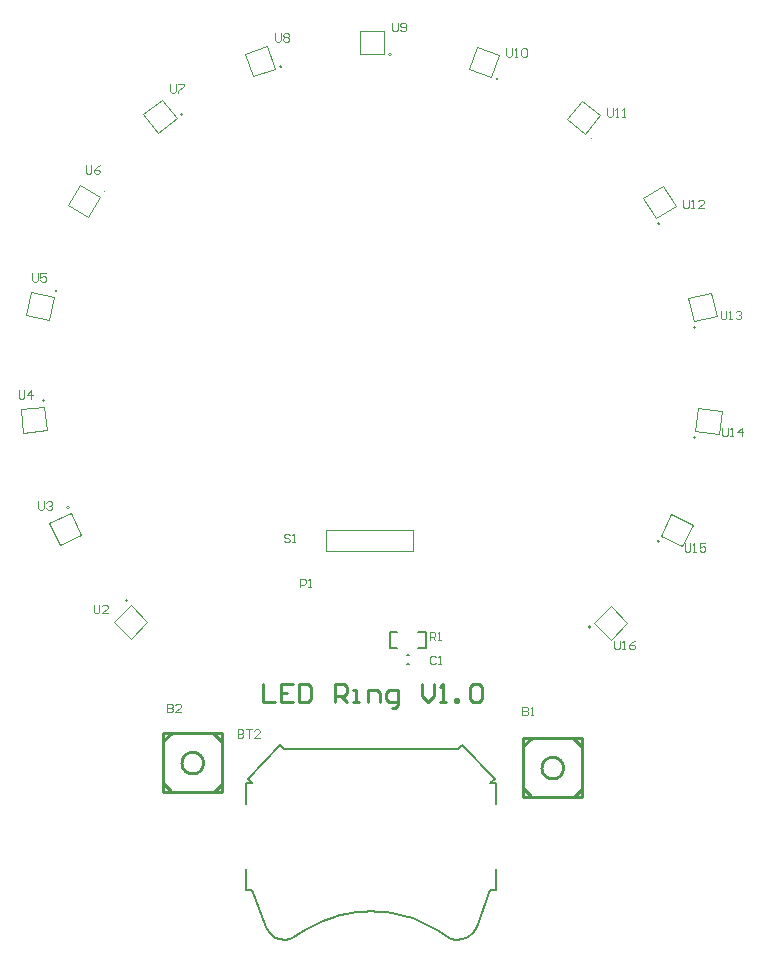
<source format=gto>
G04*
G04 #@! TF.GenerationSoftware,Altium Limited,Altium Designer,18.1.7 (191)*
G04*
G04 Layer_Color=65535*
%FSLAX25Y25*%
%MOIN*%
G70*
G01*
G75*
%ADD10C,0.00394*%
%ADD11C,0.01000*%
%ADD12C,0.00709*%
%ADD13C,0.00700*%
%ADD14C,0.00787*%
D10*
X-81170Y-72846D02*
G03*
X-81170Y-72846I-394J0D01*
G01*
X73151Y-81659D02*
G03*
X73151Y-81659I-394J0D01*
G01*
X96030Y-53018D02*
G03*
X96030Y-53018I-394J0D01*
G01*
X108177Y-18448D02*
G03*
X108177Y-18448I-394J0D01*
G01*
X108221Y18194D02*
G03*
X108221Y18194I-394J0D01*
G01*
X96196Y52793D02*
G03*
X96196Y52793I-394J0D01*
G01*
X73293Y81233D02*
G03*
X73293Y81233I-308J245D01*
G01*
X42335Y100992D02*
G03*
X42335Y100992I-394J0D01*
G01*
X6625Y109189D02*
G03*
X6625Y109189I-394J0D01*
G01*
X-29789Y105143D02*
G03*
X-29789Y105143I-394J0D01*
G01*
X-62825Y89233D02*
G03*
X-62825Y89233I-394J0D01*
G01*
X-88939Y63673D02*
G03*
X-88939Y63673I-210J-333D01*
G01*
X-104675Y30312D02*
G03*
X-104675Y30312I-394J0D01*
G01*
X-108798Y-6078D02*
G03*
X-108798Y-6078I-394J0D01*
G01*
X-101055Y-41415D02*
G03*
X-101055Y-41415I0J-394D01*
G01*
X-15000Y-49437D02*
X14000D01*
X-15000Y-56437D02*
X14000D01*
Y-49437D01*
X-15000Y-56437D02*
Y-49437D01*
X-80150Y-85484D02*
X-74582Y-79917D01*
X-80150Y-74349D02*
X-74582Y-79917D01*
X-85717D02*
X-80150Y-85484D01*
X-85717Y-79917D02*
X-80150Y-74349D01*
X79829Y-74677D02*
X85396Y-80244D01*
X74261D02*
X79829Y-74677D01*
Y-85812D02*
X85396Y-80244D01*
X74261D02*
X79829Y-85812D01*
X100034Y-44107D02*
X107117Y-47546D01*
X96594Y-51190D02*
X100034Y-44107D01*
X103678Y-54629D02*
X107117Y-47546D01*
X96594Y-51190D02*
X103678Y-54629D01*
X108988Y-8584D02*
X116809Y-9489D01*
X108082Y-16406D02*
X108988Y-8584D01*
X115904Y-17311D02*
X116809Y-9489D01*
X108082Y-16406D02*
X115904Y-17311D01*
X105704Y27902D02*
X113385Y29633D01*
X105704Y27902D02*
X107435Y20221D01*
X113385Y29633D02*
X115117Y21952D01*
X107435Y20221D02*
X115117Y21952D01*
X90590Y61254D02*
X97268Y65426D01*
X90590Y61254D02*
X94763Y54576D01*
X97268Y65426D02*
X101440Y58749D01*
X94763Y54576D02*
X101440Y58749D01*
X65236Y87699D02*
X70127Y93870D01*
X65236Y87699D02*
X71407Y82808D01*
X70127Y93870D02*
X76298Y88979D01*
X71407Y82808D02*
X76298Y88979D01*
X32590Y104352D02*
X35205Y111779D01*
X32590Y104352D02*
X40017Y101736D01*
X35205Y111779D02*
X42632Y109163D01*
X40017Y101736D02*
X42632Y109163D01*
X-3706Y109252D02*
Y117126D01*
Y109252D02*
X4169D01*
X-3706Y117126D02*
X4169D01*
Y109252D02*
Y117126D01*
X-42199Y109308D02*
X-39570Y101885D01*
X-32148Y104514D01*
X-42199Y109308D02*
X-34776Y111936D01*
X-32148Y104514D01*
X-75937Y89258D02*
X-71035Y83096D01*
X-64873Y87998D01*
X-75937Y89258D02*
X-69774Y94160D01*
X-64873Y87998D01*
X-101160Y59160D02*
X-94497Y54964D01*
X-90301Y61627D01*
X-101160Y59160D02*
X-96964Y65823D01*
X-90301Y61627D01*
X-115024Y22398D02*
X-107348Y20640D01*
X-105590Y28315D01*
X-115024Y22398D02*
X-113266Y30073D01*
X-105590Y28315D01*
X-115972Y-16838D02*
X-108147Y-15961D01*
X-109024Y-8136D02*
X-108147Y-15961D01*
X-116849Y-9013D02*
X-115972Y-16838D01*
X-116849Y-9013D02*
X-109024Y-8136D01*
X-103897Y-54205D02*
X-96802Y-50790D01*
X-100217Y-43695D02*
X-96802Y-50790D01*
X-107312Y-47110D02*
X-103897Y-54205D01*
X-107312Y-47110D02*
X-100217Y-43695D01*
X21486Y-91704D02*
X21027Y-91245D01*
X20109D01*
X19650Y-91704D01*
Y-93541D01*
X20109Y-94000D01*
X21027D01*
X21486Y-93541D01*
X22405Y-94000D02*
X23323D01*
X22864D01*
Y-91245D01*
X22405Y-91704D01*
X19516Y-86000D02*
Y-83245D01*
X20893D01*
X21352Y-83704D01*
Y-84623D01*
X20893Y-85082D01*
X19516D01*
X20434D02*
X21352Y-86000D01*
X22271D02*
X23189D01*
X22730D01*
Y-83245D01*
X22271Y-83704D01*
X-23700Y-68380D02*
Y-65625D01*
X-22322D01*
X-21863Y-66084D01*
Y-67003D01*
X-22322Y-67462D01*
X-23700D01*
X-20945Y-68380D02*
X-20027D01*
X-20486D01*
Y-65625D01*
X-20945Y-66084D01*
X-44500Y-115745D02*
Y-118500D01*
X-43123D01*
X-42663Y-118041D01*
Y-117582D01*
X-43123Y-117122D01*
X-44500D01*
X-43123D01*
X-42663Y-116663D01*
Y-116204D01*
X-43123Y-115745D01*
X-44500D01*
X-41745D02*
X-39908D01*
X-40827D01*
Y-118500D01*
X-37153D02*
X-38990D01*
X-37153Y-116663D01*
Y-116204D01*
X-37613Y-115745D01*
X-38531D01*
X-38990Y-116204D01*
X-27163Y-51078D02*
X-27623Y-50619D01*
X-28541D01*
X-29000Y-51078D01*
Y-51537D01*
X-28541Y-51996D01*
X-27623D01*
X-27163Y-52455D01*
Y-52915D01*
X-27623Y-53374D01*
X-28541D01*
X-29000Y-52915D01*
X-26245Y-53374D02*
X-25327D01*
X-25786D01*
Y-50619D01*
X-26245Y-51078D01*
X-92500Y-74245D02*
Y-76541D01*
X-92041Y-77000D01*
X-91123D01*
X-90663Y-76541D01*
Y-74245D01*
X-87908Y-77000D02*
X-89745D01*
X-87908Y-75163D01*
Y-74704D01*
X-88367Y-74245D01*
X-89286D01*
X-89745Y-74704D01*
X81000Y-86245D02*
Y-88541D01*
X81459Y-89000D01*
X82377D01*
X82837Y-88541D01*
Y-86245D01*
X83755Y-89000D02*
X84673D01*
X84214D01*
Y-86245D01*
X83755Y-86704D01*
X87888Y-86245D02*
X86969Y-86704D01*
X86051Y-87622D01*
Y-88541D01*
X86510Y-89000D01*
X87428D01*
X87888Y-88541D01*
Y-88082D01*
X87428Y-87622D01*
X86051D01*
X104500Y-53745D02*
Y-56041D01*
X104959Y-56500D01*
X105877D01*
X106337Y-56041D01*
Y-53745D01*
X107255Y-56500D02*
X108173D01*
X107714D01*
Y-53745D01*
X107255Y-54204D01*
X111388Y-53745D02*
X109551D01*
Y-55123D01*
X110469Y-54663D01*
X110928D01*
X111388Y-55123D01*
Y-56041D01*
X110928Y-56500D01*
X110010D01*
X109551Y-56041D01*
X117000Y-15245D02*
Y-17541D01*
X117459Y-18000D01*
X118377D01*
X118837Y-17541D01*
Y-15245D01*
X119755Y-18000D02*
X120673D01*
X120214D01*
Y-15245D01*
X119755Y-15704D01*
X123428Y-18000D02*
Y-15245D01*
X122051Y-16623D01*
X123888D01*
X116500Y23735D02*
Y21439D01*
X116959Y20980D01*
X117877D01*
X118337Y21439D01*
Y23735D01*
X119255Y20980D02*
X120173D01*
X119714D01*
Y23735D01*
X119255Y23276D01*
X121551D02*
X122010Y23735D01*
X122928D01*
X123388Y23276D01*
Y22817D01*
X122928Y22357D01*
X122469D01*
X122928D01*
X123388Y21898D01*
Y21439D01*
X122928Y20980D01*
X122010D01*
X121551Y21439D01*
X104000Y60755D02*
Y58459D01*
X104459Y58000D01*
X105377D01*
X105837Y58459D01*
Y60755D01*
X106755Y58000D02*
X107673D01*
X107214D01*
Y60755D01*
X106755Y60296D01*
X110888Y58000D02*
X109051D01*
X110888Y59837D01*
Y60296D01*
X110428Y60755D01*
X109510D01*
X109051Y60296D01*
X78659Y91255D02*
X78671Y88959D01*
X79132Y88502D01*
X80051Y88507D01*
X80507Y88969D01*
X80495Y91265D01*
X81428Y88514D02*
X82346Y88519D01*
X81887Y88517D01*
X81873Y91272D01*
X81416Y90810D01*
X83724Y88526D02*
X84642Y88531D01*
X84183Y88529D01*
X84169Y91284D01*
X83712Y90822D01*
X45031Y111255D02*
Y108959D01*
X45491Y108500D01*
X46409D01*
X46868Y108959D01*
Y111255D01*
X47787Y108500D02*
X48705D01*
X48246D01*
Y111255D01*
X47787Y110796D01*
X50082D02*
X50542Y111255D01*
X51460D01*
X51919Y110796D01*
Y108959D01*
X51460Y108500D01*
X50542D01*
X50082Y108959D01*
Y110796D01*
X7000Y119755D02*
Y117459D01*
X7459Y117000D01*
X8377D01*
X8837Y117459D01*
Y119755D01*
X9755Y117459D02*
X10214Y117000D01*
X11133D01*
X11592Y117459D01*
Y119296D01*
X11133Y119755D01*
X10214D01*
X9755Y119296D01*
Y118837D01*
X10214Y118377D01*
X11592D01*
X-32014Y116255D02*
X-32002Y113959D01*
X-31541Y113502D01*
X-30623Y113507D01*
X-30166Y113969D01*
X-30178Y116265D01*
X-29257Y115810D02*
X-28800Y116272D01*
X-27882Y116277D01*
X-27420Y115820D01*
X-27418Y115361D01*
X-27875Y114899D01*
X-27413Y114442D01*
X-27411Y113983D01*
X-27867Y113522D01*
X-28786Y113517D01*
X-29247Y113974D01*
X-29250Y114433D01*
X-28793Y114894D01*
X-29255Y115351D01*
X-29257Y115810D01*
X-28793Y114894D02*
X-27875Y114899D01*
X-67000Y99273D02*
Y96978D01*
X-66541Y96518D01*
X-65623D01*
X-65163Y96978D01*
Y99273D01*
X-64245D02*
X-62408D01*
Y98814D01*
X-64245Y96978D01*
Y96518D01*
X-95119Y72255D02*
Y69959D01*
X-94659Y69500D01*
X-93741D01*
X-93282Y69959D01*
Y72255D01*
X-90527D02*
X-91445Y71796D01*
X-92364Y70877D01*
Y69959D01*
X-91904Y69500D01*
X-90986D01*
X-90527Y69959D01*
Y70418D01*
X-90986Y70877D01*
X-92364D01*
X-113000Y36255D02*
Y33959D01*
X-112541Y33500D01*
X-111623D01*
X-111163Y33959D01*
Y36255D01*
X-108408D02*
X-110245D01*
Y34877D01*
X-109327Y35337D01*
X-108868D01*
X-108408Y34877D01*
Y33959D01*
X-108868Y33500D01*
X-109786D01*
X-110245Y33959D01*
X-117500Y-2745D02*
Y-5041D01*
X-117041Y-5500D01*
X-116122D01*
X-115663Y-5041D01*
Y-2745D01*
X-113367Y-5500D02*
Y-2745D01*
X-114745Y-4123D01*
X-112908D01*
X-111000Y-39745D02*
Y-42041D01*
X-110541Y-42500D01*
X-109623D01*
X-109163Y-42041D01*
Y-39745D01*
X-108245Y-40204D02*
X-107786Y-39745D01*
X-106868D01*
X-106408Y-40204D01*
Y-40663D01*
X-106868Y-41122D01*
X-107327D01*
X-106868D01*
X-106408Y-41582D01*
Y-42041D01*
X-106868Y-42500D01*
X-107786D01*
X-108245Y-42041D01*
X50400Y-108245D02*
Y-111000D01*
X51777D01*
X52237Y-110541D01*
Y-110082D01*
X51777Y-109623D01*
X50400D01*
X51777D01*
X52237Y-109163D01*
Y-108704D01*
X51777Y-108245D01*
X50400D01*
X53155Y-111000D02*
X54073D01*
X53614D01*
Y-108245D01*
X53155Y-108704D01*
X-68000Y-107245D02*
Y-110000D01*
X-66623D01*
X-66163Y-109541D01*
Y-109082D01*
X-66623Y-108623D01*
X-68000D01*
X-66623D01*
X-66163Y-108163D01*
Y-107704D01*
X-66623Y-107245D01*
X-68000D01*
X-63408Y-110000D02*
X-65245D01*
X-63408Y-108163D01*
Y-107704D01*
X-63867Y-107245D01*
X-64786D01*
X-65245Y-107704D01*
D11*
X64106Y-128665D02*
G03*
X64106Y-128665I-3606J0D01*
G01*
X-55894Y-127000D02*
G03*
X-55894Y-127000I-3606J0D01*
G01*
X50750Y-121415D02*
X53500Y-118665D01*
X67500Y-119165D02*
X68000D01*
X51000Y-135665D02*
X53185Y-137850D01*
X67500Y-138350D02*
X70185Y-135665D01*
X67185Y-118665D02*
X70185Y-121665D01*
X50500Y-138350D02*
X70185D01*
Y-118665D01*
X50500Y-138350D02*
Y-118665D01*
X70185D01*
X-69250Y-119750D02*
X-66500Y-117000D01*
X-52500Y-117500D02*
X-52000D01*
X-69000Y-134000D02*
X-66815Y-136185D01*
X-52500Y-136685D02*
X-49815Y-134000D01*
X-52815Y-117000D02*
X-49815Y-120000D01*
X-69500Y-136685D02*
X-49815D01*
Y-117000D01*
X-69500Y-136685D02*
Y-117000D01*
X-49815D01*
X-36000Y-100502D02*
Y-106500D01*
X-32001D01*
X-26003Y-100502D02*
X-30002D01*
Y-106500D01*
X-26003D01*
X-30002Y-103501D02*
X-28003D01*
X-24004Y-100502D02*
Y-106500D01*
X-21005D01*
X-20005Y-105500D01*
Y-101502D01*
X-21005Y-100502D01*
X-24004D01*
X-12008Y-106500D02*
Y-100502D01*
X-9009D01*
X-8009Y-101502D01*
Y-103501D01*
X-9009Y-104501D01*
X-12008D01*
X-10008D02*
X-8009Y-106500D01*
X-6010D02*
X-4010D01*
X-5010D01*
Y-102501D01*
X-6010D01*
X-1011Y-106500D02*
Y-102501D01*
X1988D01*
X2987Y-103501D01*
Y-106500D01*
X6986Y-108499D02*
X7986D01*
X8986Y-107500D01*
Y-102501D01*
X5986D01*
X4987Y-103501D01*
Y-105500D01*
X5986Y-106500D01*
X8986D01*
X16983Y-100502D02*
Y-104501D01*
X18982Y-106500D01*
X20982Y-104501D01*
Y-100502D01*
X22981Y-106500D02*
X24980D01*
X23981D01*
Y-100502D01*
X22981Y-101502D01*
X27979Y-106500D02*
Y-105500D01*
X28979D01*
Y-106500D01*
X27979D01*
X32978Y-101502D02*
X33977Y-100502D01*
X35977D01*
X36976Y-101502D01*
Y-105500D01*
X35977Y-106500D01*
X33977D01*
X32978Y-105500D01*
Y-101502D01*
D12*
X11835Y-94114D02*
X12465D01*
X11835Y-90886D02*
X12465D01*
D13*
X6151Y-83273D02*
X8750D01*
X6151Y-88720D02*
Y-83273D01*
Y-88720D02*
X8750D01*
X15550D02*
X18148D01*
Y-83273D01*
X15550D02*
X18148D01*
D14*
X-41795Y-169285D02*
Y-162402D01*
Y-169285D02*
X-39750D01*
X-35135Y-181705D01*
X-34215Y-183280D01*
X-33240Y-184300D01*
X-31940Y-185165D01*
X-30325Y-185750D01*
X-28780Y-185900D01*
X-27205Y-185665D01*
X-25835Y-185115D01*
X-23614Y-183661D01*
X-21440Y-182270D01*
X-18760Y-180810D01*
X-16005Y-179560D01*
X-13185Y-178515D01*
X-10315Y-177685D01*
X-8135Y-177195D01*
X-5200Y-176725D01*
X-2245Y-176465D01*
X-20Y-176405D01*
X2205Y-176465D01*
X5160Y-176725D01*
X8095Y-177190D01*
X10995Y-177870D01*
X13855Y-178755D01*
X16660Y-179850D01*
X18720Y-180805D01*
X20735Y-181880D01*
X22705Y-183075D01*
X24915Y-184575D01*
X26550Y-185467D01*
X28375Y-185880D01*
X30450Y-185705D01*
X32370Y-184905D01*
X33970Y-183550D01*
X35165Y-181535D01*
X39750Y-169285D01*
X41750D01*
Y-162402D01*
X-41795Y-140748D02*
Y-133700D01*
X-39750D01*
X-41210Y-132325D02*
X-39750Y-133700D01*
X-41210Y-132325D02*
X-30460Y-120995D01*
X-29000Y-122365D01*
X29000D01*
X30415Y-120995D01*
X41165Y-132325D01*
X39750Y-133700D02*
X41165Y-132325D01*
X39750Y-133700D02*
X41750D01*
Y-140748D02*
Y-133700D01*
M02*

</source>
